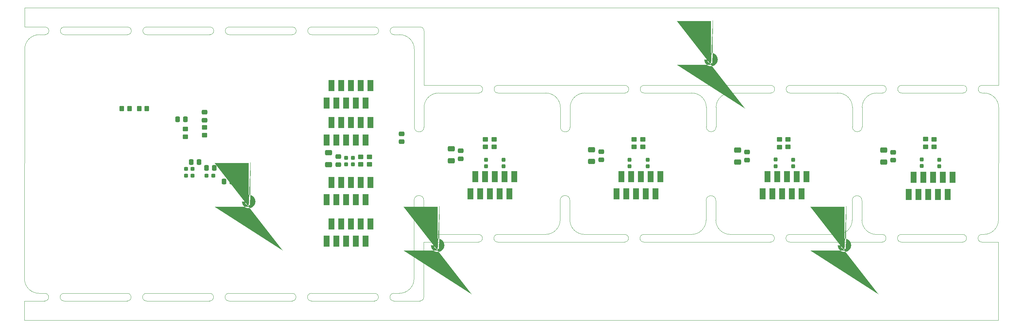
<source format=gbr>
%TF.GenerationSoftware,KiCad,Pcbnew,(6.0.2)*%
%TF.CreationDate,2022-03-24T13:25:50+01:00*%
%TF.ProjectId,GestureControl,47657374-7572-4654-936f-6e74726f6c2e,V0.3*%
%TF.SameCoordinates,PX1268e40PY7fa82d0*%
%TF.FileFunction,Paste,Bot*%
%TF.FilePolarity,Positive*%
%FSLAX46Y46*%
G04 Gerber Fmt 4.6, Leading zero omitted, Abs format (unit mm)*
G04 Created by KiCad (PCBNEW (6.0.2)) date 2022-03-24 13:25:50*
%MOMM*%
%LPD*%
G01*
G04 APERTURE LIST*
G04 Aperture macros list*
%AMRoundRect*
0 Rectangle with rounded corners*
0 $1 Rounding radius*
0 $2 $3 $4 $5 $6 $7 $8 $9 X,Y pos of 4 corners*
0 Add a 4 corners polygon primitive as box body*
4,1,4,$2,$3,$4,$5,$6,$7,$8,$9,$2,$3,0*
0 Add four circle primitives for the rounded corners*
1,1,$1+$1,$2,$3*
1,1,$1+$1,$4,$5*
1,1,$1+$1,$6,$7*
1,1,$1+$1,$8,$9*
0 Add four rect primitives between the rounded corners*
20,1,$1+$1,$2,$3,$4,$5,0*
20,1,$1+$1,$4,$5,$6,$7,0*
20,1,$1+$1,$6,$7,$8,$9,0*
20,1,$1+$1,$8,$9,$2,$3,0*%
%AMFreePoly0*
4,1,85,0.152523,3.118341,0.408529,3.076647,0.655562,2.997572,0.888192,2.882851,1.101311,2.735005,1.290235,2.557283,1.450816,2.353588,1.579524,2.128394,1.673533,1.886650,1.730778,1.633666,1.750000,1.375000,1.747602,1.283412,1.714868,1.026106,1.644462,0.776465,1.537930,0.539972,1.397612,0.321824,1.226591,0.126812,1.028624,-0.040780,0.808060,-0.177269,0.569744,-0.279658,
0.318912,-0.345696,0.061074,-0.373934,0.017533,-0.372223,0.000000,-0.375000,-0.029100,-0.370391,-0.198106,-0.363751,-0.452933,-0.315370,-0.697811,-0.229855,-0.927359,-0.109084,-1.136534,0.044290,-1.320742,0.226897,-1.475935,0.434726,-1.598705,0.663211,-1.686353,0.907333,-1.736956,1.161729,-1.747874,1.389030,-1.004741,1.389030,-0.988331,1.193607,-0.934276,1.005094,-0.844634,0.830670,
-0.722821,0.676980,-0.573475,0.549877,-0.402286,0.454203,-0.215774,0.393602,-0.025677,0.370933,0.000000,0.375000,0.012747,0.372981,0.174488,0.385427,0.363374,0.438165,0.538420,0.526586,0.692957,0.647324,0.821099,0.795778,0.917966,0.966295,0.979868,1.152379,1.004447,1.346943,1.004839,1.375000,0.985702,1.570174,0.929020,1.757914,0.836952,1.931069,0.713004,2.083044,
0.561899,2.208049,0.389391,2.301324,0.202051,2.359315,0.007015,2.379815,-0.188288,2.362041,-0.376419,2.306670,-0.550213,2.215813,-0.703049,2.092930,-0.829106,1.942701,-0.923583,1.770848,-0.982881,1.583918,-1.004741,1.389030,-1.747874,1.389030,-1.749400,1.420810,-1.723414,1.678884,-1.659566,1.930283,-1.559261,2.169483,-1.424702,2.391230,-1.258845,2.590652,-1.065333,2.763368,
-0.848417,2.905584,-0.612863,3.014176,-0.363845,3.086758,-0.106835,3.121736,0.152523,3.118341,0.152523,3.118341,$1*%
G04 Aperture macros list end*
%TA.AperFunction,Profile*%
%ADD10C,0.050000*%
%TD*%
%ADD11RoundRect,0.237500X-0.300000X-0.237500X0.300000X-0.237500X0.300000X0.237500X-0.300000X0.237500X0*%
%ADD12RoundRect,0.250000X-0.337500X-0.475000X0.337500X-0.475000X0.337500X0.475000X-0.337500X0.475000X0*%
%ADD13RoundRect,0.250000X0.337500X0.475000X-0.337500X0.475000X-0.337500X-0.475000X0.337500X-0.475000X0*%
%ADD14RoundRect,0.249999X0.350001X0.450001X-0.350001X0.450001X-0.350001X-0.450001X0.350001X-0.450001X0*%
%ADD15RoundRect,0.249999X-0.350001X-0.450001X0.350001X-0.450001X0.350001X0.450001X-0.350001X0.450001X0*%
%ADD16RoundRect,0.237500X0.237500X-0.300000X0.237500X0.300000X-0.237500X0.300000X-0.237500X-0.300000X0*%
%ADD17RoundRect,0.250000X-0.475000X0.337500X-0.475000X-0.337500X0.475000X-0.337500X0.475000X0.337500X0*%
%ADD18RoundRect,0.250000X0.475000X-0.337500X0.475000X0.337500X-0.475000X0.337500X-0.475000X-0.337500X0*%
%ADD19RoundRect,0.249999X0.650001X-0.412501X0.650001X0.412501X-0.650001X0.412501X-0.650001X-0.412501X0*%
%ADD20RoundRect,0.249999X-0.650001X0.412501X-0.650001X-0.412501X0.650001X-0.412501X0.650001X0.412501X0*%
%ADD21RoundRect,0.249999X-0.450001X0.350001X-0.450001X-0.350001X0.450001X-0.350001X0.450001X0.350001X0*%
%ADD22RoundRect,0.249999X0.450001X-0.350001X0.450001X0.350001X-0.450001X0.350001X-0.450001X-0.350001X0*%
%ADD23R,1.500000X3.000000*%
%ADD24RoundRect,0.250000X-0.650000X0.412500X-0.650000X-0.412500X0.650000X-0.412500X0.650000X0.412500X0*%
%ADD25RoundRect,0.250000X-0.450000X0.350000X-0.450000X-0.350000X0.450000X-0.350000X0.450000X0.350000X0*%
%ADD26FreePoly0,180.000000*%
%ADD27C,1.000000*%
%ADD28RoundRect,0.250000X0.450000X-0.350000X0.450000X0.350000X-0.450000X0.350000X-0.450000X-0.350000X0*%
G04 APERTURE END LIST*
D10*
X75110973Y70070376D02*
G75*
G03*
X75054000Y68072000I-56973J-998376D01*
G01*
X118674000Y52832000D02*
X108204000Y52832000D01*
X249930000Y54832000D02*
X254254000Y54832000D01*
X250380500Y15890000D02*
X249866500Y15890000D01*
X118610500Y13890000D02*
G75*
G03*
X118610500Y15890000I0J1000000D01*
G01*
X97980500Y508000D02*
G75*
G03*
X101790500Y4318000I1J3809999D01*
G01*
X104330500Y13890000D02*
X104330500Y-492000D01*
X32110973Y70070376D02*
X48554000Y70072000D01*
X222632500Y15890000D02*
X223866500Y15890000D01*
X123674000Y54832000D02*
X156774000Y54832000D01*
X194830000Y52832000D02*
G75*
G03*
X194830000Y54832000I0J1000000D01*
G01*
X139890500Y19700000D02*
X139890500Y24780000D01*
X139954000Y43942000D02*
G75*
G03*
X142494000Y43942000I1270000J19D01*
G01*
X244866500Y13890000D02*
X228866500Y13890000D01*
X180486915Y19656414D02*
G75*
G03*
X184296914Y15890000I3766659J-4D01*
G01*
X142494000Y49022000D02*
X142494000Y43942000D01*
X91554000Y68072000D02*
G75*
G03*
X91554000Y70072000I0J1000000D01*
G01*
X218650414Y49065586D02*
X218650414Y43985586D01*
X250380500Y15890000D02*
G75*
G03*
X254190500Y19700000I1J3809999D01*
G01*
X254000Y70072000D02*
X254000Y75072000D01*
X174136914Y15890000D02*
X161710500Y15890000D01*
X142430500Y24780000D02*
X142430500Y19700000D01*
X136144000Y52832000D02*
X123674000Y52832000D01*
X139954000Y49022000D02*
G75*
G03*
X136144000Y52832000I-3809999J1D01*
G01*
X103330500Y-1492000D02*
X96547473Y-1490376D01*
X4064000Y68072000D02*
G75*
G03*
X254000Y64262000I-1J-3809999D01*
G01*
X142430500Y24780000D02*
G75*
G03*
X139890500Y24780000I-1270000J-19D01*
G01*
X104330500Y24780019D02*
G75*
G03*
X101790500Y24780019I-1270000J-19D01*
G01*
X244866500Y13890000D02*
G75*
G03*
X244866500Y15890000I0J1000000D01*
G01*
X26990500Y508000D02*
X10490500Y508000D01*
X244930000Y52832000D02*
G75*
G03*
X244930000Y54832000I0J1000000D01*
G01*
X53490500Y508000D02*
G75*
G03*
X53547473Y-1490376I0J-1000000D01*
G01*
X142430500Y19700000D02*
G75*
G03*
X146240500Y15890000I3809999J-1D01*
G01*
X249930000Y54832000D02*
G75*
G03*
X249930000Y52832000I0J-1000000D01*
G01*
X216110414Y49065586D02*
G75*
G03*
X212300414Y52832000I-3766663J0D01*
G01*
X228930000Y54832000D02*
X244930000Y54832000D01*
X118610500Y13890000D02*
X104330500Y13890000D01*
X180486914Y24736414D02*
X180486914Y19656414D01*
X156774000Y52832000D02*
G75*
G03*
X156774000Y54832000I0J1000000D01*
G01*
X161774000Y54832000D02*
G75*
G03*
X161774000Y52832000I0J-1000000D01*
G01*
X101854000Y64262000D02*
G75*
G03*
X98044000Y68072000I-3809999J1D01*
G01*
X223930000Y54832000D02*
X199830000Y54832000D01*
X194766500Y13890000D02*
G75*
G03*
X194766500Y15890000I0J1000000D01*
G01*
X104330500Y24780019D02*
X104330500Y19700000D01*
X216110414Y43985586D02*
G75*
G03*
X218650414Y43985586I1270000J19D01*
G01*
X48490500Y-1492000D02*
X32047473Y-1490376D01*
X228930000Y54832000D02*
G75*
G03*
X228930000Y52832000I0J-1000000D01*
G01*
X177946914Y19656414D02*
X177946914Y24736414D01*
X69990500Y-1492000D02*
G75*
G03*
X69990500Y508000I0J1000000D01*
G01*
X254190500Y13890000D02*
X254190500Y-6492000D01*
X91490500Y-1492000D02*
X75047473Y-1490376D01*
X75110973Y70070376D02*
X91554000Y70072000D01*
X212236914Y15890000D02*
G75*
G03*
X216046914Y19656414I43337J3766414D01*
G01*
X223930000Y52832000D02*
G75*
G03*
X223930000Y54832000I0J1000000D01*
G01*
X104394000Y54832000D02*
X118674000Y54832000D01*
X254254000Y75072000D02*
X254254000Y54832000D01*
X91490500Y-1492000D02*
G75*
G03*
X91490500Y508000I0J1000000D01*
G01*
X146240500Y15890000D02*
X156710500Y15890000D01*
X194830000Y52832000D02*
X184360414Y52832000D01*
X218586914Y24736414D02*
X218586914Y19656414D01*
X178010414Y43985586D02*
G75*
G03*
X180550414Y43985586I1270000J19D01*
G01*
X48554000Y68072000D02*
G75*
G03*
X48554000Y70072000I0J1000000D01*
G01*
X146304000Y52832000D02*
G75*
G03*
X142494000Y49022000I-1J-3809999D01*
G01*
X4064000Y68072000D02*
X5554000Y68072000D01*
X96490500Y508000D02*
G75*
G03*
X96547473Y-1490376I0J-1000000D01*
G01*
X108204000Y52832000D02*
G75*
G03*
X104394000Y49022000I-1J-3809999D01*
G01*
X123674000Y54832000D02*
G75*
G03*
X123674000Y52832000I0J-1000000D01*
G01*
X32110973Y70070376D02*
G75*
G03*
X32054000Y68072000I-56973J-998376D01*
G01*
X5490500Y508000D02*
X4000500Y508000D01*
X161774000Y54832000D02*
X194830000Y54832000D01*
X244930000Y52832000D02*
X228930000Y52832000D01*
X178010414Y49065586D02*
G75*
G03*
X174200414Y52832000I-3766663J0D01*
G01*
X10554000Y68072000D02*
X27054000Y68072000D01*
X254000Y70072000D02*
X5554000Y70072000D01*
X69990500Y508000D02*
X53490500Y508000D01*
X161774000Y52832000D02*
X174200414Y52832000D01*
X180486914Y24736414D02*
G75*
G03*
X177946914Y24736414I-1270000J-19D01*
G01*
X254190500Y19700000D02*
X254254000Y49022000D01*
X199830000Y52832000D02*
X212300414Y52832000D01*
X97980500Y508000D02*
X96490500Y508000D01*
X218586913Y19656414D02*
G75*
G03*
X222632500Y15890000I3776044J-3D01*
G01*
X75054000Y68072000D02*
X91554000Y68072000D01*
X53610973Y70070376D02*
X70054000Y70072000D01*
X5490500Y-1492000D02*
G75*
G03*
X5490500Y508000I0J1000000D01*
G01*
X254000Y75072000D02*
X254254000Y75072000D01*
X254190500Y13890000D02*
X249866500Y13890000D01*
X228866500Y15890000D02*
G75*
G03*
X228866500Y13890000I0J-1000000D01*
G01*
X91490500Y508000D02*
X74990500Y508000D01*
X161710500Y15890000D02*
G75*
G03*
X161710500Y13890000I0J-1000000D01*
G01*
X156710500Y13890000D02*
G75*
G03*
X156710500Y15890000I0J1000000D01*
G01*
X123610500Y15890000D02*
G75*
G03*
X123610500Y13890000I0J-1000000D01*
G01*
X27054000Y68072000D02*
G75*
G03*
X27054000Y70072000I0J1000000D01*
G01*
X254254000Y49022000D02*
G75*
G03*
X250444000Y52832000I-3809999J1D01*
G01*
X96610973Y70070376D02*
G75*
G03*
X96554000Y68072000I-56973J-998376D01*
G01*
X199766500Y15890000D02*
G75*
G03*
X199766500Y13890000I0J-1000000D01*
G01*
X5554000Y68072000D02*
G75*
G03*
X5554000Y70072000I0J1000000D01*
G01*
X48490500Y508000D02*
X31990500Y508000D01*
X118674000Y52832000D02*
G75*
G03*
X118674000Y54832000I0J1000000D01*
G01*
X184296914Y15890000D02*
X194766500Y15890000D01*
X184360414Y52832000D02*
G75*
G03*
X180550414Y49065586I-43339J-3766412D01*
G01*
X53554000Y68072000D02*
X70054000Y68072000D01*
X103330500Y-1492000D02*
G75*
G03*
X104330500Y-492000I1J999999D01*
G01*
X222504000Y52832000D02*
G75*
G03*
X218650414Y49065586I-86192J-3766408D01*
G01*
X223866500Y13890000D02*
G75*
G03*
X223866500Y15890000I0J1000000D01*
G01*
X104330500Y19700000D02*
G75*
G03*
X108140500Y15890000I3809999J-1D01*
G01*
X199766500Y13890000D02*
X223866500Y13890000D01*
X190500Y4318000D02*
G75*
G03*
X4000500Y508000I3809999J-1D01*
G01*
X101790500Y4318000D02*
X101790500Y24780019D01*
X199830000Y54832000D02*
G75*
G03*
X199830000Y52832000I0J-1000000D01*
G01*
X10610973Y70070376D02*
X27054000Y70072000D01*
X69990500Y-1492000D02*
X53547473Y-1490376D01*
X249866500Y15890000D02*
G75*
G03*
X249866500Y13890000I0J-1000000D01*
G01*
X178010414Y43985586D02*
X178010414Y49065586D01*
X32054000Y68072000D02*
X48554000Y68072000D01*
X104394000Y69072000D02*
X104394000Y54832000D01*
X180550414Y49065586D02*
X180550414Y43985586D01*
X53610973Y70070376D02*
G75*
G03*
X53554000Y68072000I-56973J-998376D01*
G01*
X156774000Y52832000D02*
X146304000Y52832000D01*
X74990500Y508000D02*
G75*
G03*
X75047473Y-1490376I0J-1000000D01*
G01*
X174136914Y15890000D02*
G75*
G03*
X177946914Y19656414I43337J3766414D01*
G01*
X249930000Y52832000D02*
X250444000Y52832000D01*
X228866500Y15890000D02*
X244866500Y15890000D01*
X136080500Y15890000D02*
G75*
G03*
X139890500Y19700000I1J3809999D01*
G01*
X190500Y-6492000D02*
X190500Y-1492000D01*
X108140500Y15890000D02*
X118610500Y15890000D01*
X139954000Y43942000D02*
X139954000Y49022000D01*
X5490500Y-1492000D02*
X190500Y-1492000D01*
X216046914Y19656414D02*
X216046914Y24736414D01*
X194766500Y13890000D02*
X161710500Y13890000D01*
X26990500Y-1492000D02*
X10547473Y-1490376D01*
X10610973Y70070376D02*
G75*
G03*
X10554000Y68072000I-56973J-998376D01*
G01*
X254190500Y-6492000D02*
X190500Y-6492000D01*
X218586914Y24736414D02*
G75*
G03*
X216046914Y24736414I-1270000J-19D01*
G01*
X101854000Y43941981D02*
X101854000Y64262000D01*
X48490500Y-1492000D02*
G75*
G03*
X48490500Y508000I0J1000000D01*
G01*
X96554000Y68072000D02*
X98044000Y68072000D01*
X26990500Y-1492000D02*
G75*
G03*
X26990500Y508000I0J1000000D01*
G01*
X70054000Y68072000D02*
G75*
G03*
X70054000Y70072000I0J1000000D01*
G01*
X104394000Y69072000D02*
G75*
G03*
X103394000Y70072000I-999999J1D01*
G01*
X156710500Y13890000D02*
X123610500Y13890000D01*
X104394000Y49022000D02*
X104394000Y43941981D01*
X10490500Y508000D02*
G75*
G03*
X10547473Y-1490376I0J-1000000D01*
G01*
X190500Y4318000D02*
X254000Y64262000D01*
X96610973Y70070376D02*
X103394000Y70072000D01*
X31990500Y508000D02*
G75*
G03*
X32047473Y-1490376I0J-1000000D01*
G01*
X212236914Y15890000D02*
X199766500Y15890000D01*
X223930000Y52832000D02*
X222504000Y52832000D01*
X123610500Y15890000D02*
X136080500Y15890000D01*
X216110414Y43985586D02*
X216110414Y49065586D01*
X101854000Y43941981D02*
G75*
G03*
X104394000Y43941981I1270000J19D01*
G01*
D11*
%TO.C,C28*%
X47672490Y31247510D03*
X49397490Y31247510D03*
%TD*%
D12*
%TO.C,C30*%
X47619490Y33279510D03*
X49694490Y33279510D03*
%TD*%
D11*
%TO.C,C31*%
X42285490Y33025510D03*
X44010490Y33025510D03*
%TD*%
D13*
%TO.C,C33*%
X45741500Y34798000D03*
X43666500Y34798000D03*
%TD*%
D14*
%TO.C,R21*%
X32093490Y48773510D03*
X30093490Y48773510D03*
%TD*%
D15*
%TO.C,R22*%
X25553490Y48773510D03*
X27553490Y48773510D03*
%TD*%
D11*
%TO.C,C23*%
X42285490Y31247510D03*
X44010490Y31247510D03*
%TD*%
D13*
%TO.C,C11*%
X54266490Y29723510D03*
X52191490Y29723510D03*
%TD*%
D16*
%TO.C,C14*%
X157988000Y33681500D03*
X157988000Y35406500D03*
%TD*%
%TO.C,C15*%
X196088000Y33708000D03*
X196088000Y35433000D03*
%TD*%
%TO.C,C16*%
X84074000Y34163000D03*
X84074000Y35888000D03*
%TD*%
%TO.C,C20*%
X162687000Y33681500D03*
X162687000Y35406500D03*
%TD*%
%TO.C,C21*%
X200660000Y33681500D03*
X200660000Y35406500D03*
%TD*%
%TO.C,C35*%
X85852000Y34163000D03*
X85852000Y35888000D03*
%TD*%
D17*
%TO.C,C36*%
X150622000Y37465000D03*
X150622000Y35390000D03*
%TD*%
%TO.C,C37*%
X188595000Y37376500D03*
X188595000Y35301500D03*
%TD*%
D18*
%TO.C,C38*%
X82042000Y34120000D03*
X82042000Y36195000D03*
%TD*%
D19*
%TO.C,C39*%
X79502000Y34086000D03*
X79502000Y37211000D03*
%TD*%
D20*
%TO.C,C40*%
X111506000Y38265500D03*
X111506000Y35140500D03*
%TD*%
%TO.C,C41*%
X148082000Y38050000D03*
X148082000Y34925000D03*
%TD*%
%TO.C,C42*%
X186182000Y37884500D03*
X186182000Y34759500D03*
%TD*%
D21*
%TO.C,R13*%
X161417000Y40751000D03*
X161417000Y38751000D03*
%TD*%
%TO.C,R16*%
X159131000Y40751000D03*
X159131000Y38751000D03*
%TD*%
%TO.C,R17*%
X199263000Y40751000D03*
X199263000Y38751000D03*
%TD*%
%TO.C,R30*%
X197104000Y40719000D03*
X197104000Y38719000D03*
%TD*%
D22*
%TO.C,R31*%
X90170000Y34163000D03*
X90170000Y36163000D03*
%TD*%
%TO.C,R32*%
X87884000Y34179000D03*
X87884000Y36179000D03*
%TD*%
D16*
%TO.C,C8*%
X125095000Y33681500D03*
X125095000Y35406500D03*
%TD*%
%TO.C,C9*%
X120523000Y33681500D03*
X120523000Y35406500D03*
%TD*%
D17*
%TO.C,C10*%
X113919000Y37740500D03*
X113919000Y35665500D03*
%TD*%
D18*
%TO.C,C12*%
X98552000Y40089000D03*
X98552000Y42164000D03*
%TD*%
D21*
%TO.C,R12*%
X122682000Y40751000D03*
X122682000Y38751000D03*
%TD*%
%TO.C,R29*%
X120396000Y40735000D03*
X120396000Y38735000D03*
%TD*%
D23*
%TO.C,J14*%
X165989000Y30952000D03*
X164719000Y26452000D03*
X163449000Y30952000D03*
X162179000Y26452000D03*
X160909000Y30952000D03*
X159639000Y26452000D03*
X158369000Y30952000D03*
X157099000Y26452000D03*
X155829000Y30952000D03*
X154559000Y26452000D03*
%TD*%
%TO.C,J15*%
X204089000Y30952000D03*
X202819000Y26452000D03*
X201549000Y30952000D03*
X200279000Y26452000D03*
X199009000Y30952000D03*
X197739000Y26452000D03*
X196469000Y30952000D03*
X195199000Y26452000D03*
X193929000Y30952000D03*
X192659000Y26452000D03*
%TD*%
%TO.C,J16*%
X90424000Y54737000D03*
X89154000Y50237000D03*
X87884000Y54737000D03*
X86614000Y50237000D03*
X85344000Y54737000D03*
X84074000Y50237000D03*
X82804000Y54737000D03*
X81534000Y50237000D03*
X80264000Y54737000D03*
X78994000Y50237000D03*
%TD*%
%TO.C,J20*%
X90424000Y45085000D03*
X89154000Y40585000D03*
X87884000Y45085000D03*
X86614000Y40585000D03*
X85344000Y45085000D03*
X84074000Y40585000D03*
X82804000Y45085000D03*
X81534000Y40585000D03*
X80264000Y45085000D03*
X78994000Y40585000D03*
%TD*%
%TO.C,J21*%
X90424000Y29464000D03*
X89154000Y24964000D03*
X87884000Y29464000D03*
X86614000Y24964000D03*
X85344000Y29464000D03*
X84074000Y24964000D03*
X82804000Y29464000D03*
X81534000Y24964000D03*
X80264000Y29464000D03*
X78994000Y24964000D03*
%TD*%
%TO.C,J13*%
X127889000Y30952000D03*
X126619000Y26452000D03*
X125349000Y30952000D03*
X124079000Y26452000D03*
X122809000Y30952000D03*
X121539000Y26452000D03*
X120269000Y30952000D03*
X118999000Y26452000D03*
X117729000Y30952000D03*
X116459000Y26452000D03*
%TD*%
D24*
%TO.C,C45*%
X224282000Y37884500D03*
X224282000Y34759500D03*
%TD*%
D25*
%TO.C,R34*%
X235204000Y40767000D03*
X235204000Y38767000D03*
%TD*%
D16*
%TO.C,C44*%
X234188000Y33782000D03*
X234188000Y35507000D03*
%TD*%
D26*
%TO.C,REF\u002A\u002A*%
X107950000Y11662000D03*
D27*
X107950000Y10287000D03*
%TD*%
D25*
%TO.C,R33*%
X237363000Y40751000D03*
X237363000Y38751000D03*
%TD*%
D26*
%TO.C,REF\u002A\u002A*%
X58674000Y23092000D03*
D27*
X58674000Y21717000D03*
%TD*%
D28*
%TO.C,R38*%
X42164000Y41402000D03*
X42164000Y43402000D03*
%TD*%
D26*
%TO.C,REF\u002A\u002A*%
X213995000Y11662000D03*
D27*
X213995000Y10287000D03*
%TD*%
D25*
%TO.C,R37*%
X47117000Y43815000D03*
X47117000Y41815000D03*
%TD*%
D23*
%TO.C,J22*%
X90424000Y18633000D03*
X89154000Y14133000D03*
X87884000Y18633000D03*
X86614000Y14133000D03*
X85344000Y18633000D03*
X84074000Y14133000D03*
X82804000Y18633000D03*
X81534000Y14133000D03*
X80264000Y18633000D03*
X78994000Y14133000D03*
%TD*%
D17*
%TO.C,C50*%
X47117000Y47795000D03*
X47117000Y45720000D03*
%TD*%
D26*
%TO.C,REF\u002A\u002A*%
X179246000Y60193000D03*
D27*
X179246000Y58818000D03*
%TD*%
D12*
%TO.C,C51*%
X40110500Y45974000D03*
X42185500Y45974000D03*
%TD*%
D23*
%TO.C,J23*%
X242189000Y30825000D03*
X240919000Y26325000D03*
X239649000Y30825000D03*
X238379000Y26325000D03*
X237109000Y30825000D03*
X235839000Y26325000D03*
X234569000Y30825000D03*
X233299000Y26325000D03*
X232029000Y30825000D03*
X230759000Y26325000D03*
%TD*%
D16*
%TO.C,C46*%
X238760000Y33681500D03*
X238760000Y35406500D03*
%TD*%
D17*
%TO.C,C47*%
X226695000Y37359500D03*
X226695000Y35284500D03*
%TD*%
M02*

</source>
